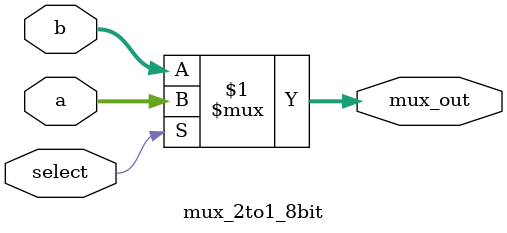
<source format=v>
module mux_2to1_8bit (
    input select,          
    input [7:0] a, 
    input [7:0] b,  
    output [7:0] mux_out  
);
    assign mux_out = select ? a : b; 

   
endmodule

</source>
